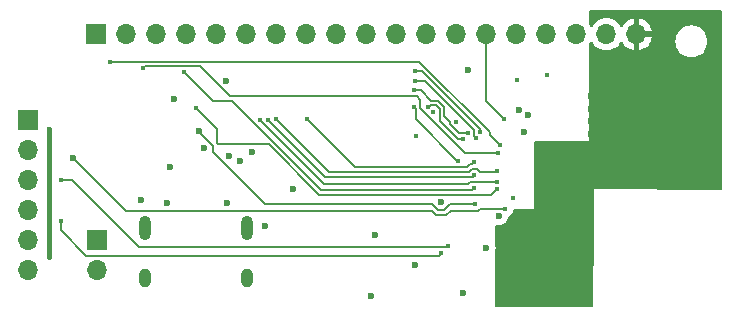
<source format=gbl>
G04 #@! TF.GenerationSoftware,KiCad,Pcbnew,7.0.9-7.0.9~ubuntu22.04.1*
G04 #@! TF.CreationDate,2023-12-22T22:10:03+01:00*
G04 #@! TF.ProjectId,v7-soc-8bit,76372d73-6f63-42d3-9862-69742e6b6963,rev?*
G04 #@! TF.SameCoordinates,Original*
G04 #@! TF.FileFunction,Copper,L4,Bot*
G04 #@! TF.FilePolarity,Positive*
%FSLAX46Y46*%
G04 Gerber Fmt 4.6, Leading zero omitted, Abs format (unit mm)*
G04 Created by KiCad (PCBNEW 7.0.9-7.0.9~ubuntu22.04.1) date 2023-12-22 22:10:03*
%MOMM*%
%LPD*%
G01*
G04 APERTURE LIST*
G04 #@! TA.AperFunction,ComponentPad*
%ADD10R,1.700000X1.700000*%
G04 #@! TD*
G04 #@! TA.AperFunction,ComponentPad*
%ADD11O,1.700000X1.700000*%
G04 #@! TD*
G04 #@! TA.AperFunction,ComponentPad*
%ADD12O,1.000000X2.100000*%
G04 #@! TD*
G04 #@! TA.AperFunction,ComponentPad*
%ADD13O,1.000000X1.600000*%
G04 #@! TD*
G04 #@! TA.AperFunction,ViaPad*
%ADD14C,0.600000*%
G04 #@! TD*
G04 #@! TA.AperFunction,ViaPad*
%ADD15C,0.400000*%
G04 #@! TD*
G04 #@! TA.AperFunction,Conductor*
%ADD16C,0.200000*%
G04 #@! TD*
G04 #@! TA.AperFunction,Conductor*
%ADD17C,0.400000*%
G04 #@! TD*
G04 APERTURE END LIST*
D10*
X39930000Y-34550000D03*
D11*
X42470000Y-34550000D03*
X45010000Y-34550000D03*
X47550000Y-34550000D03*
X50090000Y-34550000D03*
X52630000Y-34550000D03*
X55170000Y-34550000D03*
X57710000Y-34550000D03*
X60250000Y-34550000D03*
X62790000Y-34550000D03*
X65330000Y-34550000D03*
X67870000Y-34550000D03*
X70410000Y-34550000D03*
X72950000Y-34550000D03*
X75490000Y-34550000D03*
X78030000Y-34550000D03*
X80570000Y-34550000D03*
X83110000Y-34550000D03*
X85650000Y-34550000D03*
D12*
X44040000Y-50970000D03*
D13*
X44040000Y-55150000D03*
D12*
X52680000Y-50970000D03*
D13*
X52680000Y-55150000D03*
D10*
X40000000Y-51930000D03*
D11*
X40000000Y-54470000D03*
D10*
X34110000Y-41840000D03*
D11*
X34110000Y-44380000D03*
X34110000Y-46920000D03*
X34110000Y-49460000D03*
X34110000Y-52000000D03*
X34110000Y-54540000D03*
D14*
X53070000Y-44500000D03*
X49000000Y-44190000D03*
X45920000Y-48840000D03*
X51154065Y-44875500D03*
X50943786Y-48801991D03*
X92230000Y-47320000D03*
X81775000Y-41907500D03*
X89130715Y-38600000D03*
X83099285Y-46200000D03*
X81560000Y-55913630D03*
X83160000Y-38600000D03*
X81775000Y-42973750D03*
X81560000Y-52354541D03*
X78093332Y-52530000D03*
X86092145Y-38600000D03*
X43680000Y-48550000D03*
X87672140Y-47320000D03*
X84572860Y-38600000D03*
X79530000Y-49750000D03*
X77246666Y-52530000D03*
X81580000Y-47399089D03*
X81580000Y-45026363D03*
X63525331Y-51554669D03*
X92230000Y-41091428D03*
X71400000Y-37570000D03*
X86152855Y-47320000D03*
X90695710Y-46200000D03*
X81560000Y-53540904D03*
X46120000Y-45790000D03*
X81775000Y-44040000D03*
X81560000Y-54727267D03*
X92230000Y-44828570D03*
X78495000Y-49750000D03*
X52120000Y-45260000D03*
X84618570Y-46200000D03*
X80565000Y-49750000D03*
X92230000Y-42337142D03*
X92230000Y-43582856D03*
X81580000Y-46212726D03*
D15*
X78100000Y-38020000D03*
D14*
X86137855Y-46200000D03*
X81600000Y-49750000D03*
X63190000Y-56700000D03*
X92230000Y-39845714D03*
D15*
X75540000Y-38400000D03*
D14*
X89176425Y-46200000D03*
X78940000Y-52530000D03*
X90650000Y-38600000D03*
X89191425Y-47320000D03*
X82480000Y-39130000D03*
X46500000Y-40010000D03*
X92230000Y-46074284D03*
X87611430Y-38600000D03*
X81775000Y-40841250D03*
X54170000Y-50790000D03*
X83114285Y-47320000D03*
X81775000Y-39775000D03*
X76480331Y-41420331D03*
X77460000Y-49750000D03*
X84633570Y-47320000D03*
X81580000Y-48585452D03*
D15*
X75200000Y-48450000D03*
D14*
X76400000Y-52530000D03*
X69124402Y-48790000D03*
X90710710Y-47320000D03*
X92230000Y-38600000D03*
X87657140Y-46200000D03*
X81560000Y-57100000D03*
X70980000Y-56460000D03*
X66930000Y-54065000D03*
X72920000Y-52660000D03*
X56607281Y-47672719D03*
D15*
X70408248Y-41971752D03*
D14*
X75680000Y-40990000D03*
X50884620Y-38535380D03*
X76100000Y-42850000D03*
X74000000Y-49925000D03*
X37940000Y-45040000D03*
D15*
X74540000Y-49310000D03*
X71990000Y-48930000D03*
D14*
X48609241Y-42770809D03*
D15*
X41040000Y-36860000D03*
X74090000Y-43920000D03*
X43900000Y-37410000D03*
X73910000Y-44580000D03*
X73834633Y-47661863D03*
X48360000Y-40800000D03*
X71920000Y-47580000D03*
X47381091Y-37780000D03*
X73850000Y-47050000D03*
X53737972Y-41793940D03*
X71917956Y-46501608D03*
X54440000Y-41780000D03*
X55160000Y-41730000D03*
X73850000Y-46130000D03*
X71905590Y-45401608D03*
X57730000Y-41740000D03*
X66860000Y-37670000D03*
X72416989Y-42799121D03*
X66870000Y-38480000D03*
X72060000Y-43310000D03*
X71406091Y-42903909D03*
X66810000Y-39290000D03*
X68003568Y-40685750D03*
X70939092Y-43413909D03*
X66810000Y-40676430D03*
X70536664Y-45289989D03*
X74450000Y-41730000D03*
X68435918Y-41118099D03*
X67010000Y-43130000D03*
X36930000Y-50390000D03*
X69140000Y-53100000D03*
X36900000Y-46920000D03*
X69700000Y-52505404D03*
X35940000Y-53440000D03*
X35940000Y-42610000D03*
D16*
X69559326Y-49840000D02*
X68689477Y-49840000D01*
X72208333Y-49489485D02*
X69909842Y-49489485D01*
X69909842Y-49489485D02*
X69559326Y-49840000D01*
X68338962Y-49489485D02*
X42389485Y-49489485D01*
X68689477Y-49840000D02*
X68338962Y-49489485D01*
X72387818Y-49310000D02*
X72208333Y-49489485D01*
X74540000Y-49310000D02*
X72387818Y-49310000D01*
X42389485Y-49489485D02*
X37940000Y-45040000D01*
X68855163Y-49440000D02*
X68345163Y-48930000D01*
X49790000Y-44020761D02*
X48609241Y-42840002D01*
X54160761Y-48930000D02*
X49790000Y-44559239D01*
X69903641Y-48930000D02*
X69393641Y-49440000D01*
X48609241Y-42840002D02*
X48609241Y-42770809D01*
X71990000Y-48930000D02*
X69903641Y-48930000D01*
X68345163Y-48930000D02*
X54160761Y-48930000D01*
X49790000Y-44559239D02*
X49790000Y-44020761D01*
X69393641Y-49440000D02*
X68855163Y-49440000D01*
X67255686Y-36860000D02*
X41040000Y-36860000D01*
X73260000Y-43090000D02*
X73260000Y-42864314D01*
X74090000Y-43920000D02*
X73260000Y-43090000D01*
X73260000Y-42864314D02*
X67255686Y-36860000D01*
X73910000Y-44580000D02*
X71140000Y-44580000D01*
X51240000Y-39810000D02*
X48690000Y-37260000D01*
X67360000Y-40800000D02*
X67360000Y-40088817D01*
X48690000Y-37260000D02*
X44050000Y-37260000D01*
X44050000Y-37260000D02*
X43900000Y-37410000D01*
X67081183Y-39810000D02*
X51240000Y-39810000D01*
X71140000Y-44580000D02*
X67360000Y-40800000D01*
X67360000Y-40088817D02*
X67081183Y-39810000D01*
X50109265Y-42549265D02*
X50109265Y-43774340D01*
X73366496Y-48130000D02*
X73834633Y-47661863D01*
X54526316Y-43855076D02*
X58811240Y-48140000D01*
X50190000Y-43855076D02*
X54526316Y-43855076D01*
X58811240Y-48140000D02*
X71926611Y-48140000D01*
X71926611Y-48140000D02*
X71936610Y-48130000D01*
X71936610Y-48130000D02*
X73366496Y-48130000D01*
X50109265Y-43774340D02*
X50190000Y-43855076D01*
X48360000Y-40800000D02*
X50109265Y-42549265D01*
X58976925Y-47740000D02*
X71760925Y-47740000D01*
X47381091Y-37780000D02*
X49811091Y-40210000D01*
X51446925Y-40210000D02*
X58976925Y-47740000D01*
X71993055Y-47507870D02*
X71952130Y-47507870D01*
X71760925Y-47740000D02*
X71993055Y-47507870D01*
X49811091Y-40210000D02*
X51446925Y-40210000D01*
X53737972Y-41793940D02*
X53737972Y-41797972D01*
X71370000Y-47250000D02*
X59194032Y-47250000D01*
X73850000Y-47050000D02*
X71570000Y-47050000D01*
X71570000Y-47050000D02*
X71370000Y-47250000D01*
X59194032Y-47250000D02*
X53737972Y-41793940D01*
X59310000Y-46650000D02*
X71769564Y-46650000D01*
X54440000Y-41780000D02*
X59310000Y-46650000D01*
X71769564Y-46650000D02*
X71917956Y-46501608D01*
X72384155Y-46189989D02*
X72145774Y-45951608D01*
X59619989Y-46189989D02*
X55160000Y-41730000D01*
X71451757Y-46189989D02*
X59619989Y-46189989D01*
X73790011Y-46189989D02*
X72384155Y-46189989D01*
X71690138Y-45951608D02*
X71451757Y-46189989D01*
X72145774Y-45951608D02*
X71690138Y-45951608D01*
X73850000Y-46130000D02*
X73790011Y-46189989D01*
X71286071Y-45789989D02*
X71524453Y-45551608D01*
X57730000Y-41740000D02*
X61779989Y-45789989D01*
X61779989Y-45789989D02*
X71286071Y-45789989D01*
X71524453Y-45551608D02*
X71755590Y-45551608D01*
X71755590Y-45551608D02*
X71905590Y-45401608D01*
X72416989Y-42586989D02*
X72416989Y-42799121D01*
X66860000Y-37670000D02*
X67500000Y-37670000D01*
X67500000Y-37670000D02*
X72416989Y-42586989D01*
X72060000Y-43310000D02*
X71910000Y-43160000D01*
X67744314Y-38480000D02*
X66870000Y-38480000D01*
X71910000Y-43160000D02*
X71910000Y-42645686D01*
X71910000Y-42645686D02*
X67744314Y-38480000D01*
X69858248Y-41959619D02*
X69858248Y-42166876D01*
X69858248Y-42166876D02*
X70595281Y-42903909D01*
X66810000Y-39290000D02*
X67385636Y-39290000D01*
X67385636Y-39290000D02*
X68263735Y-40168099D01*
X69385918Y-40724596D02*
X69385918Y-41487289D01*
X70595281Y-42903909D02*
X71406091Y-42903909D01*
X69385918Y-41487289D02*
X69858248Y-41959619D01*
X68263735Y-40168099D02*
X68829422Y-40168099D01*
X68829422Y-40168099D02*
X69385918Y-40724596D01*
X68208100Y-40568099D02*
X68139350Y-40636849D01*
X68985918Y-41860232D02*
X68985918Y-40890281D01*
X68985918Y-40890281D02*
X68663736Y-40568099D01*
X68032450Y-40685750D02*
X68003568Y-40685750D01*
X68081351Y-40636849D02*
X68032450Y-40685750D01*
X70539595Y-43413909D02*
X68985918Y-41860232D01*
X70939092Y-43413909D02*
X70539595Y-43413909D01*
X68139350Y-40636849D02*
X68081351Y-40636849D01*
X68663736Y-40568099D02*
X68208100Y-40568099D01*
X66960000Y-41765686D02*
X66960000Y-40826430D01*
X66960000Y-40826430D02*
X66810000Y-40676430D01*
X70484303Y-45289989D02*
X66960000Y-41765686D01*
X70536664Y-45289989D02*
X70484303Y-45289989D01*
X72950000Y-40230000D02*
X72950000Y-34550000D01*
X74450000Y-41730000D02*
X72950000Y-40230000D01*
X39060000Y-53290000D02*
X68950000Y-53290000D01*
X36930000Y-51160000D02*
X39060000Y-53290000D01*
X68950000Y-53290000D02*
X69140000Y-53100000D01*
X36930000Y-50390000D02*
X36930000Y-51160000D01*
X37860000Y-46920000D02*
X43490000Y-52550000D01*
X36900000Y-46920000D02*
X37860000Y-46920000D01*
X69655404Y-52550000D02*
X69700000Y-52505404D01*
X43490000Y-52550000D02*
X69655404Y-52550000D01*
D17*
X35940000Y-42610000D02*
X35940000Y-53440000D01*
G04 #@! TA.AperFunction,Conductor*
G36*
X92842539Y-32520185D02*
G01*
X92888294Y-32572989D01*
X92899500Y-32624500D01*
X92899500Y-47605287D01*
X92879815Y-47672326D01*
X92827011Y-47718081D01*
X92775047Y-47729286D01*
X82030000Y-47690000D01*
X82023971Y-50761980D01*
X82010695Y-57525743D01*
X81990879Y-57592744D01*
X81937985Y-57638395D01*
X81886695Y-57649500D01*
X73821812Y-57649500D01*
X73754773Y-57629815D01*
X73709018Y-57577011D01*
X73697814Y-57526225D01*
X73697811Y-57525743D01*
X73671105Y-52958964D01*
X73678059Y-52917297D01*
X73705368Y-52839255D01*
X73725565Y-52660000D01*
X73705368Y-52480745D01*
X73674511Y-52392563D01*
X73667557Y-52352348D01*
X73658649Y-50829129D01*
X73677941Y-50761980D01*
X73730477Y-50715917D01*
X73799576Y-50705569D01*
X73813912Y-50709029D01*
X73813961Y-50708819D01*
X73820738Y-50710365D01*
X73820745Y-50710368D01*
X73820752Y-50710368D01*
X73820753Y-50710369D01*
X73999996Y-50730565D01*
X74000000Y-50730565D01*
X74000004Y-50730565D01*
X74179249Y-50710369D01*
X74179252Y-50710368D01*
X74179255Y-50710368D01*
X74349522Y-50650789D01*
X74502262Y-50554816D01*
X74629816Y-50427262D01*
X74725789Y-50274522D01*
X74785368Y-50104255D01*
X74793802Y-50029399D01*
X74820868Y-49964985D01*
X74859394Y-49933485D01*
X74940852Y-49890734D01*
X75068183Y-49777929D01*
X75164818Y-49637930D01*
X75225140Y-49478872D01*
X75226310Y-49469232D01*
X75253928Y-49405057D01*
X75311861Y-49365998D01*
X75350139Y-49360180D01*
X76990000Y-49370000D01*
X76950859Y-43724050D01*
X76970078Y-43656879D01*
X77022564Y-43610759D01*
X77074049Y-43599197D01*
X81590000Y-43570000D01*
X81611951Y-35455221D01*
X81631816Y-35388241D01*
X81634330Y-35384503D01*
X81738427Y-35235838D01*
X81793001Y-35192217D01*
X81862500Y-35185024D01*
X81924854Y-35216546D01*
X81941574Y-35235841D01*
X82071505Y-35421401D01*
X82238599Y-35588495D01*
X82274543Y-35613663D01*
X82432165Y-35724032D01*
X82432167Y-35724033D01*
X82432170Y-35724035D01*
X82646337Y-35823903D01*
X82874592Y-35885063D01*
X83062918Y-35901539D01*
X83109999Y-35905659D01*
X83110000Y-35905659D01*
X83110001Y-35905659D01*
X83149234Y-35902226D01*
X83345408Y-35885063D01*
X83573663Y-35823903D01*
X83787830Y-35724035D01*
X83981401Y-35588495D01*
X84148495Y-35421401D01*
X84278730Y-35235405D01*
X84333307Y-35191781D01*
X84402805Y-35184587D01*
X84465160Y-35216110D01*
X84481879Y-35235405D01*
X84611890Y-35421078D01*
X84778917Y-35588105D01*
X84972421Y-35723600D01*
X85186507Y-35823429D01*
X85186516Y-35823433D01*
X85400000Y-35880634D01*
X85400000Y-34985501D01*
X85507685Y-35034680D01*
X85614237Y-35050000D01*
X85685763Y-35050000D01*
X85792315Y-35034680D01*
X85900000Y-34985501D01*
X85900000Y-35880633D01*
X86113483Y-35823433D01*
X86113492Y-35823429D01*
X86327578Y-35723600D01*
X86521082Y-35588105D01*
X86688105Y-35421082D01*
X86823600Y-35227578D01*
X86859775Y-35150000D01*
X88944341Y-35150000D01*
X88964936Y-35385403D01*
X88964938Y-35385413D01*
X89026094Y-35613655D01*
X89026096Y-35613659D01*
X89026097Y-35613663D01*
X89076031Y-35720746D01*
X89125964Y-35827828D01*
X89125965Y-35827830D01*
X89261505Y-36021402D01*
X89428597Y-36188494D01*
X89622169Y-36324034D01*
X89622171Y-36324035D01*
X89836337Y-36423903D01*
X90064592Y-36485063D01*
X90241034Y-36500500D01*
X90358966Y-36500500D01*
X90535408Y-36485063D01*
X90763663Y-36423903D01*
X90977829Y-36324035D01*
X91171401Y-36188495D01*
X91338495Y-36021401D01*
X91474035Y-35827830D01*
X91573903Y-35613663D01*
X91635063Y-35385408D01*
X91655659Y-35150000D01*
X91635063Y-34914592D01*
X91573903Y-34686337D01*
X91474035Y-34472171D01*
X91474034Y-34472169D01*
X91338494Y-34278597D01*
X91171402Y-34111505D01*
X90977830Y-33975965D01*
X90977828Y-33975964D01*
X90870746Y-33926031D01*
X90763663Y-33876097D01*
X90763659Y-33876096D01*
X90763655Y-33876094D01*
X90535413Y-33814938D01*
X90535403Y-33814936D01*
X90358966Y-33799500D01*
X90241034Y-33799500D01*
X90064596Y-33814936D01*
X90064586Y-33814938D01*
X89836344Y-33876094D01*
X89836335Y-33876098D01*
X89622171Y-33975964D01*
X89622169Y-33975965D01*
X89428597Y-34111505D01*
X89261506Y-34278597D01*
X89261501Y-34278604D01*
X89125967Y-34472165D01*
X89125965Y-34472169D01*
X89026098Y-34686335D01*
X89026094Y-34686344D01*
X88964938Y-34914586D01*
X88964936Y-34914596D01*
X88944341Y-35149999D01*
X88944341Y-35150000D01*
X86859775Y-35150000D01*
X86923429Y-35013492D01*
X86923432Y-35013486D01*
X86980636Y-34800000D01*
X86083686Y-34800000D01*
X86109493Y-34759844D01*
X86150000Y-34621889D01*
X86150000Y-34478111D01*
X86109493Y-34340156D01*
X86083686Y-34300000D01*
X86980636Y-34300000D01*
X86980635Y-34299999D01*
X86923432Y-34086513D01*
X86923429Y-34086507D01*
X86823600Y-33872422D01*
X86823599Y-33872420D01*
X86688113Y-33678926D01*
X86688108Y-33678920D01*
X86521082Y-33511894D01*
X86327578Y-33376399D01*
X86113492Y-33276570D01*
X86113486Y-33276567D01*
X85900000Y-33219364D01*
X85900000Y-34114498D01*
X85792315Y-34065320D01*
X85685763Y-34050000D01*
X85614237Y-34050000D01*
X85507685Y-34065320D01*
X85400000Y-34114498D01*
X85400000Y-33219364D01*
X85399999Y-33219364D01*
X85186513Y-33276567D01*
X85186507Y-33276570D01*
X84972422Y-33376399D01*
X84972420Y-33376400D01*
X84778926Y-33511886D01*
X84778920Y-33511891D01*
X84611891Y-33678920D01*
X84611890Y-33678922D01*
X84481880Y-33864595D01*
X84427303Y-33908219D01*
X84357804Y-33915412D01*
X84295450Y-33883890D01*
X84278730Y-33864594D01*
X84148494Y-33678597D01*
X83981402Y-33511506D01*
X83981395Y-33511501D01*
X83787834Y-33375967D01*
X83787830Y-33375965D01*
X83787828Y-33375964D01*
X83573663Y-33276097D01*
X83573659Y-33276096D01*
X83573655Y-33276094D01*
X83345413Y-33214938D01*
X83345403Y-33214936D01*
X83110001Y-33194341D01*
X83109999Y-33194341D01*
X82874596Y-33214936D01*
X82874586Y-33214938D01*
X82646344Y-33276094D01*
X82646335Y-33276098D01*
X82432171Y-33375964D01*
X82432169Y-33375965D01*
X82238597Y-33511505D01*
X82071508Y-33678594D01*
X81941574Y-33864159D01*
X81886997Y-33907784D01*
X81817498Y-33914976D01*
X81755144Y-33883454D01*
X81738424Y-33864158D01*
X81703959Y-33814937D01*
X81639255Y-33722529D01*
X81616929Y-33656325D01*
X81616832Y-33651127D01*
X81619610Y-32624163D01*
X81639476Y-32557178D01*
X81692404Y-32511567D01*
X81743610Y-32500500D01*
X92775500Y-32500500D01*
X92842539Y-32520185D01*
G37*
G04 #@! TD.AperFunction*
M02*

</source>
